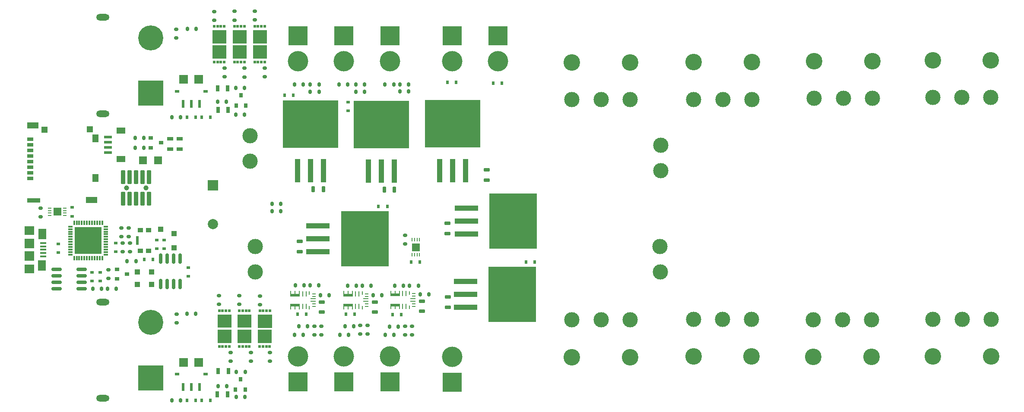
<source format=gbr>
%TF.GenerationSoftware,KiCad,Pcbnew,(6.0.10-0)*%
%TF.CreationDate,2023-02-23T20:38:25-08:00*%
%TF.ProjectId,1.0,312e302e-6b69-4636-9164-5f7063625858,rev?*%
%TF.SameCoordinates,Original*%
%TF.FileFunction,Soldermask,Top*%
%TF.FilePolarity,Negative*%
%FSLAX46Y46*%
G04 Gerber Fmt 4.6, Leading zero omitted, Abs format (unit mm)*
G04 Created by KiCad (PCBNEW (6.0.10-0)) date 2023-02-23 20:38:25*
%MOMM*%
%LPD*%
G01*
G04 APERTURE LIST*
G04 Aperture macros list*
%AMRoundRect*
0 Rectangle with rounded corners*
0 $1 Rounding radius*
0 $2 $3 $4 $5 $6 $7 $8 $9 X,Y pos of 4 corners*
0 Add a 4 corners polygon primitive as box body*
4,1,4,$2,$3,$4,$5,$6,$7,$8,$9,$2,$3,0*
0 Add four circle primitives for the rounded corners*
1,1,$1+$1,$2,$3*
1,1,$1+$1,$4,$5*
1,1,$1+$1,$6,$7*
1,1,$1+$1,$8,$9*
0 Add four rect primitives between the rounded corners*
20,1,$1+$1,$2,$3,$4,$5,0*
20,1,$1+$1,$4,$5,$6,$7,0*
20,1,$1+$1,$6,$7,$8,$9,0*
20,1,$1+$1,$8,$9,$2,$3,0*%
G04 Aperture macros list end*
%ADD10C,0.010000*%
%ADD11R,3.800000X3.800000*%
%ADD12C,4.000000*%
%ADD13R,0.800000X0.600000*%
%ADD14RoundRect,0.150000X-0.250000X0.150000X-0.250000X-0.150000X0.250000X-0.150000X0.250000X0.150000X0*%
%ADD15R,0.600000X0.800000*%
%ADD16R,1.200000X0.700000*%
%ADD17R,1.100000X1.100000*%
%ADD18RoundRect,0.150000X0.150000X0.250000X-0.150000X0.250000X-0.150000X-0.250000X0.150000X-0.250000X0*%
%ADD19R,0.700000X1.200000*%
%ADD20R,1.500000X1.500000*%
%ADD21RoundRect,0.175000X0.175000X0.425000X-0.175000X0.425000X-0.175000X-0.425000X0.175000X-0.425000X0*%
%ADD22R,1.800000X1.200000*%
%ADD23R,1.550000X0.600000*%
%ADD24RoundRect,0.175000X0.425000X-0.175000X0.425000X0.175000X-0.425000X0.175000X-0.425000X-0.175000X0*%
%ADD25R,0.900000X0.800000*%
%ADD26R,4.600000X1.100000*%
%ADD27R,9.400000X10.800000*%
%ADD28R,0.500000X0.630000*%
%ADD29C,3.250000*%
%ADD30C,3.000000*%
%ADD31R,0.500000X1.600000*%
%ADD32R,0.900000X0.600000*%
%ADD33R,1.800000X1.700000*%
%ADD34RoundRect,0.150000X-0.150000X-0.250000X0.150000X-0.250000X0.150000X0.250000X-0.150000X0.250000X0*%
%ADD35R,0.800000X0.900000*%
%ADD36RoundRect,0.150000X0.250000X-0.150000X0.250000X0.150000X-0.250000X0.150000X-0.250000X-0.150000X0*%
%ADD37C,1.000000*%
%ADD38RoundRect,0.050800X0.380000X1.300000X-0.380000X1.300000X-0.380000X-1.300000X0.380000X-1.300000X0*%
%ADD39R,1.000000X0.900000*%
%ADD40R,0.550000X1.700000*%
%ADD41O,2.600000X1.300000*%
%ADD42R,4.916000X4.916000*%
%ADD43C,4.916000*%
%ADD44R,1.000000X1.000000*%
%ADD45R,0.850000X0.300000*%
%ADD46R,0.300000X0.850000*%
%ADD47R,5.250000X5.250000*%
%ADD48R,1.100000X4.600000*%
%ADD49R,10.800000X9.400000*%
%ADD50R,0.254800X0.757199*%
%ADD51R,1.600200X1.600200*%
%ADD52RoundRect,0.150000X0.825000X0.150000X-0.825000X0.150000X-0.825000X-0.150000X0.825000X-0.150000X0*%
%ADD53RoundRect,0.175000X-0.425000X0.175000X-0.425000X-0.175000X0.425000X-0.175000X0.425000X0.175000X0*%
%ADD54R,0.250000X0.800000*%
%ADD55R,0.250000X1.100000*%
%ADD56R,0.250000X0.700000*%
%ADD57R,0.700000X0.250000*%
%ADD58R,1.100000X0.250000*%
%ADD59R,1.950000X0.600000*%
%ADD60R,2.500000X0.950000*%
%ADD61R,1.150000X1.500000*%
%ADD62R,2.200000X1.150000*%
%ADD63R,1.240000X0.800000*%
%ADD64R,1.250000X1.250000*%
%ADD65R,1.200000X1.200000*%
%ADD66R,0.757199X0.254800*%
%ADD67R,2.000000X2.000000*%
%ADD68C,2.000000*%
%ADD69R,1.900000X1.800000*%
%ADD70R,1.900000X1.900000*%
%ADD71R,1.600000X2.100000*%
%ADD72R,1.300000X0.400000*%
%ADD73RoundRect,0.150000X-0.150000X0.825000X-0.150000X-0.825000X0.150000X-0.825000X0.150000X0.825000X0*%
G04 APERTURE END LIST*
%TO.C,Q10*%
G36*
X191075000Y-110547500D02*
G01*
X188425000Y-110547500D01*
X188425000Y-108037500D01*
X191075000Y-108037500D01*
X191075000Y-110547500D01*
G37*
D10*
X191075000Y-110547500D02*
X188425000Y-110547500D01*
X188425000Y-108037500D01*
X191075000Y-108037500D01*
X191075000Y-110547500D01*
%TO.C,Q13*%
G36*
X200000000Y-163450000D02*
G01*
X197350000Y-163450000D01*
X197350000Y-160940000D01*
X200000000Y-160940000D01*
X200000000Y-163450000D01*
G37*
X200000000Y-163450000D02*
X197350000Y-163450000D01*
X197350000Y-160940000D01*
X200000000Y-160940000D01*
X200000000Y-163450000D01*
%TO.C,Q14*%
G36*
X199975000Y-166425000D02*
G01*
X197325000Y-166425000D01*
X197325000Y-163915000D01*
X199975000Y-163915000D01*
X199975000Y-166425000D01*
G37*
X199975000Y-166425000D02*
X197325000Y-166425000D01*
X197325000Y-163915000D01*
X199975000Y-163915000D01*
X199975000Y-166425000D01*
%TO.C,Q15*%
G36*
X199000000Y-110560000D02*
G01*
X196350000Y-110560000D01*
X196350000Y-108050000D01*
X199000000Y-108050000D01*
X199000000Y-110560000D01*
G37*
X199000000Y-110560000D02*
X196350000Y-110560000D01*
X196350000Y-108050000D01*
X199000000Y-108050000D01*
X199000000Y-110560000D01*
%TO.C,Q12*%
G36*
X195025000Y-107562500D02*
G01*
X192375000Y-107562500D01*
X192375000Y-105052500D01*
X195025000Y-105052500D01*
X195025000Y-107562500D01*
G37*
X195025000Y-107562500D02*
X192375000Y-107562500D01*
X192375000Y-105052500D01*
X195025000Y-105052500D01*
X195025000Y-107562500D01*
%TO.C,Q3*%
G36*
X196000000Y-163437500D02*
G01*
X193350000Y-163437500D01*
X193350000Y-160927500D01*
X196000000Y-160927500D01*
X196000000Y-163437500D01*
G37*
X196000000Y-163437500D02*
X193350000Y-163437500D01*
X193350000Y-160927500D01*
X196000000Y-160927500D01*
X196000000Y-163437500D01*
%TO.C,Q4*%
G36*
X192050000Y-163437500D02*
G01*
X189400000Y-163437500D01*
X189400000Y-160927500D01*
X192050000Y-160927500D01*
X192050000Y-163437500D01*
G37*
X192050000Y-163437500D02*
X189400000Y-163437500D01*
X189400000Y-160927500D01*
X192050000Y-160927500D01*
X192050000Y-163437500D01*
%TO.C,Q6*%
G36*
X196000000Y-166412500D02*
G01*
X193350000Y-166412500D01*
X193350000Y-163902500D01*
X196000000Y-163902500D01*
X196000000Y-166412500D01*
G37*
X196000000Y-166412500D02*
X193350000Y-166412500D01*
X193350000Y-163902500D01*
X196000000Y-163902500D01*
X196000000Y-166412500D01*
%TO.C,Q16*%
G36*
X199000000Y-107562500D02*
G01*
X196350000Y-107562500D01*
X196350000Y-105052500D01*
X199000000Y-105052500D01*
X199000000Y-107562500D01*
G37*
X199000000Y-107562500D02*
X196350000Y-107562500D01*
X196350000Y-105052500D01*
X199000000Y-105052500D01*
X199000000Y-107562500D01*
%TO.C,Q9*%
G36*
X195025000Y-110547500D02*
G01*
X192375000Y-110547500D01*
X192375000Y-108037500D01*
X195025000Y-108037500D01*
X195025000Y-110547500D01*
G37*
X195025000Y-110547500D02*
X192375000Y-110547500D01*
X192375000Y-108037500D01*
X195025000Y-108037500D01*
X195025000Y-110547500D01*
%TO.C,Q11*%
G36*
X191075000Y-107575000D02*
G01*
X188425000Y-107575000D01*
X188425000Y-105065000D01*
X191075000Y-105065000D01*
X191075000Y-107575000D01*
G37*
X191075000Y-107575000D02*
X188425000Y-107575000D01*
X188425000Y-105065000D01*
X191075000Y-105065000D01*
X191075000Y-107575000D01*
%TO.C,Q5*%
G36*
X192050000Y-166425000D02*
G01*
X189400000Y-166425000D01*
X189400000Y-163915000D01*
X192050000Y-163915000D01*
X192050000Y-166425000D01*
G37*
X192050000Y-166425000D02*
X189400000Y-166425000D01*
X189400000Y-163915000D01*
X192050000Y-163915000D01*
X192050000Y-166425000D01*
%TD*%
D11*
%TO.C,U22*%
X223200000Y-106150000D03*
D12*
X223200000Y-111150000D03*
%TD*%
D13*
%TO.C,C22*%
X215050000Y-120900000D03*
X215050000Y-119200000D03*
%TD*%
D14*
%TO.C,R18*%
X170850000Y-146900000D03*
X170850000Y-148600000D03*
%TD*%
D15*
%TO.C,C29*%
X227340000Y-150630000D03*
X229040000Y-150630000D03*
%TD*%
D16*
%TO.C,R51*%
X180150000Y-128400000D03*
X180150000Y-126400000D03*
%TD*%
D17*
%TO.C,D2*%
X176500000Y-155000000D03*
X173700000Y-155000000D03*
%TD*%
D18*
%TO.C,R1*%
X166650000Y-155850000D03*
X164950000Y-155850000D03*
%TD*%
%TO.C,R45*%
X209300000Y-115750000D03*
X207600000Y-115750000D03*
%TD*%
D15*
%TO.C,C20*%
X220975000Y-139675000D03*
X222675000Y-139675000D03*
%TD*%
D19*
%TO.C,R25*%
X191500000Y-120725000D03*
X189500000Y-120725000D03*
%TD*%
D15*
%TO.C,C14*%
X223750000Y-160940000D03*
X225450000Y-160940000D03*
%TD*%
D13*
%TO.C,C32*%
X158200000Y-148750000D03*
X158200000Y-147050000D03*
%TD*%
D20*
%TO.C,P2*%
X174800000Y-130600000D03*
%TD*%
D11*
%TO.C,U17*%
X223200000Y-174150000D03*
D12*
X223200000Y-169150000D03*
%TD*%
D21*
%TO.C,C19*%
X224100000Y-136350000D03*
X222100000Y-136350000D03*
%TD*%
D14*
%TO.C,R59*%
X208395000Y-163230000D03*
X208395000Y-164930000D03*
%TD*%
D22*
%TO.C,J1*%
X170477500Y-124800000D03*
X170477500Y-130400000D03*
D23*
X167952500Y-129100000D03*
X167952500Y-128100000D03*
X167952500Y-127100000D03*
X167952500Y-126100000D03*
%TD*%
D24*
%TO.C,C25*%
X234475000Y-145025000D03*
X234475000Y-143025000D03*
%TD*%
D25*
%TO.C,Q1*%
X169675000Y-152025000D03*
X169675000Y-153925000D03*
X171675000Y-152975000D03*
%TD*%
D26*
%TO.C,U12*%
X238200000Y-140035000D03*
D27*
X247350000Y-142575000D03*
D26*
X238200000Y-142575000D03*
X238200000Y-145115000D03*
%TD*%
D11*
%TO.C,U20*%
X205200000Y-106150000D03*
D12*
X205200000Y-111150000D03*
%TD*%
D28*
%TO.C,Q10*%
X190075000Y-111322500D03*
X188775000Y-111322500D03*
X189425000Y-111322500D03*
X190725000Y-111322500D03*
%TD*%
D18*
%TO.C,R28*%
X194725000Y-116425000D03*
X193025000Y-116425000D03*
%TD*%
D28*
%TO.C,Q13*%
X198350000Y-160165000D03*
X199650000Y-160165000D03*
X199000000Y-160165000D03*
X197700000Y-160165000D03*
%TD*%
D18*
%TO.C,R44*%
X209300000Y-117150000D03*
X207600000Y-117150000D03*
%TD*%
%TO.C,R10*%
X191200000Y-175000000D03*
X189500000Y-175000000D03*
%TD*%
D29*
%TO.C,J10*%
X317800000Y-111130000D03*
X306400000Y-111130000D03*
D30*
X317800000Y-118430000D03*
X312100000Y-118430000D03*
X306400000Y-118430000D03*
%TD*%
D14*
%TO.C,R55*%
X190775000Y-112525000D03*
X190775000Y-114225000D03*
%TD*%
D31*
%TO.C,U2*%
X182650000Y-175150000D03*
X184250000Y-175150000D03*
X185850000Y-175150000D03*
D32*
X187050000Y-172650000D03*
D33*
X185750000Y-170300000D03*
X182750000Y-170300000D03*
D32*
X181450000Y-172650000D03*
%TD*%
D34*
%TO.C,R7*%
X180500000Y-177750000D03*
X182200000Y-177750000D03*
%TD*%
%TO.C,D9*%
X204500000Y-115750000D03*
X206200000Y-115750000D03*
%TD*%
D18*
%TO.C,R12*%
X194825000Y-172200000D03*
X193125000Y-172200000D03*
%TD*%
D15*
%TO.C,C28*%
X251575000Y-150580000D03*
X249875000Y-150580000D03*
%TD*%
D26*
%TO.C,U7*%
X209125000Y-143535000D03*
D27*
X218275000Y-146075000D03*
D26*
X209125000Y-146075000D03*
X209125000Y-148615000D03*
%TD*%
D14*
%TO.C,R19*%
X172000000Y-143950000D03*
X172000000Y-145650000D03*
%TD*%
D13*
%TO.C,C2*%
X164775000Y-152625000D03*
X164775000Y-154325000D03*
%TD*%
D20*
%TO.C,P1*%
X177775000Y-130600000D03*
%TD*%
D13*
%TO.C,C33*%
X183725000Y-153375000D03*
X183725000Y-151675000D03*
%TD*%
D15*
%TO.C,C34*%
X176750000Y-150100000D03*
X175050000Y-150100000D03*
%TD*%
D28*
%TO.C,Q14*%
X198975000Y-167200000D03*
X197675000Y-167200000D03*
X198325000Y-167200000D03*
X199625000Y-167200000D03*
%TD*%
D14*
%TO.C,R63*%
X199700000Y-168400000D03*
X199700000Y-170100000D03*
%TD*%
D35*
%TO.C,Q7*%
X193050000Y-119875000D03*
X194950000Y-119875000D03*
X194000000Y-117875000D03*
%TD*%
D11*
%TO.C,U23*%
X235400000Y-174200000D03*
D12*
X235400000Y-169200000D03*
%TD*%
D36*
%TO.C,R57*%
X192750000Y-103075000D03*
X192750000Y-101375000D03*
%TD*%
D18*
%TO.C,R60*%
X226900000Y-117100000D03*
X225200000Y-117100000D03*
%TD*%
D30*
%TO.C,C5*%
X196840000Y-152530000D03*
X196790000Y-147530000D03*
%TD*%
D21*
%TO.C,C18*%
X210175000Y-136300000D03*
X208175000Y-136300000D03*
%TD*%
D11*
%TO.C,U18*%
X214200000Y-174150000D03*
D12*
X214200000Y-169150000D03*
%TD*%
D18*
%TO.C,R4*%
X173400000Y-150450000D03*
X171700000Y-150450000D03*
%TD*%
D36*
%TO.C,R20*%
X170600000Y-145650000D03*
X170600000Y-143950000D03*
%TD*%
D29*
%TO.C,J12*%
X341090000Y-169195000D03*
X329690000Y-169195000D03*
D30*
X329690000Y-161895000D03*
X335390000Y-161895000D03*
X341090000Y-161895000D03*
%TD*%
D37*
%TO.C,U1*%
X171545000Y-136060039D03*
X175355000Y-136060039D03*
D38*
X175990000Y-133910039D03*
X175990000Y-138210039D03*
X174720000Y-133910039D03*
X174720000Y-138210039D03*
X173450000Y-133910039D03*
X173450000Y-138210039D03*
X172180000Y-133910039D03*
X172180000Y-138210039D03*
X170910000Y-133910039D03*
X170910000Y-138210039D03*
%TD*%
D18*
%TO.C,R32*%
X228770000Y-155285000D03*
X227070000Y-155285000D03*
%TD*%
D14*
%TO.C,R54*%
X194725000Y-112550000D03*
X194725000Y-114250000D03*
%TD*%
D19*
%TO.C,R27*%
X191425000Y-116475000D03*
X189425000Y-116475000D03*
%TD*%
D18*
%TO.C,R15*%
X201800000Y-140650000D03*
X200100000Y-140650000D03*
%TD*%
%TO.C,R26*%
X191150000Y-119125000D03*
X189450000Y-119125000D03*
%TD*%
%TO.C,R61*%
X226900000Y-115700000D03*
X225200000Y-115700000D03*
%TD*%
D26*
%TO.C,U10*%
X238050000Y-154440000D03*
X238050000Y-156980000D03*
D27*
X247200000Y-156980000D03*
D26*
X238050000Y-159520000D03*
%TD*%
D15*
%TO.C,C27*%
X236175000Y-115350000D03*
X234475000Y-115350000D03*
%TD*%
%TO.C,C4*%
X186300000Y-177750000D03*
X188000000Y-177750000D03*
%TD*%
D31*
%TO.C,U3*%
X182650000Y-119575000D03*
X184250000Y-119575000D03*
X185850000Y-119575000D03*
D32*
X187050000Y-117075000D03*
D33*
X185750000Y-114725000D03*
X182750000Y-114725000D03*
D32*
X181450000Y-117075000D03*
%TD*%
D14*
%TO.C,R3*%
X168050000Y-152125000D03*
X168050000Y-153825000D03*
%TD*%
D18*
%TO.C,R35*%
X216625000Y-155300000D03*
X214925000Y-155300000D03*
%TD*%
%TO.C,R31*%
X211275000Y-157100000D03*
X209575000Y-157100000D03*
%TD*%
D30*
%TO.C,C10*%
X195750000Y-125840000D03*
X195800000Y-130840000D03*
%TD*%
D39*
%TO.C,SW1*%
X174325000Y-148425000D03*
D40*
X173700000Y-146375000D03*
D39*
X175925000Y-148425000D03*
X174325000Y-144325000D03*
X175925000Y-144325000D03*
%TD*%
D41*
%TO.C,U16*%
X166890000Y-102560000D03*
X166890000Y-121460000D03*
D42*
X176290000Y-117460000D03*
D43*
X176290000Y-106560000D03*
%TD*%
D18*
%TO.C,R46*%
X218200000Y-117150000D03*
X216500000Y-117150000D03*
%TD*%
D14*
%TO.C,R48*%
X226220000Y-145360000D03*
X226220000Y-147060000D03*
%TD*%
D15*
%TO.C,C7*%
X185100000Y-122150000D03*
X183400000Y-122150000D03*
%TD*%
D18*
%TO.C,R50*%
X175000000Y-126200000D03*
X173300000Y-126200000D03*
%TD*%
%TO.C,R37*%
X206375000Y-155198250D03*
X204675000Y-155198250D03*
%TD*%
D15*
%TO.C,C26*%
X245175000Y-115450000D03*
X243475000Y-115450000D03*
%TD*%
D14*
%TO.C,R64*%
X198700000Y-112525000D03*
X198700000Y-114225000D03*
%TD*%
D24*
%TO.C,C24*%
X242150000Y-134500000D03*
X242150000Y-132500000D03*
%TD*%
D36*
%TO.C,R65*%
X196700000Y-103050000D03*
X196700000Y-101350000D03*
%TD*%
%TO.C,R56*%
X188800000Y-103100000D03*
X188800000Y-101400000D03*
%TD*%
D29*
%TO.C,J13*%
X270290000Y-169295000D03*
X258890000Y-169295000D03*
D30*
X258890000Y-161995000D03*
X264590000Y-161995000D03*
X270290000Y-161995000D03*
%TD*%
D44*
%TO.C,TP1*%
X178225000Y-144175000D03*
%TD*%
D28*
%TO.C,Q15*%
X198000000Y-111335000D03*
X197350000Y-111335000D03*
X196700000Y-111335000D03*
X198650000Y-111335000D03*
%TD*%
D19*
%TO.C,R8*%
X191350000Y-176600000D03*
X189350000Y-176600000D03*
%TD*%
D14*
%TO.C,R21*%
X191975000Y-168425000D03*
X191975000Y-170125000D03*
%TD*%
D18*
%TO.C,R29*%
X230870000Y-156935000D03*
X229170000Y-156935000D03*
%TD*%
D45*
%TO.C,IC2*%
X167500000Y-149150000D03*
X167500000Y-148650000D03*
X167500000Y-148150000D03*
X167500000Y-147650000D03*
X167500000Y-147150000D03*
X167500000Y-146650000D03*
X167500000Y-146150000D03*
X167500000Y-145650000D03*
X167500000Y-145150000D03*
X167500000Y-144650000D03*
X167500000Y-144150000D03*
X167500000Y-143650000D03*
D46*
X166800000Y-142950000D03*
X166300000Y-142950000D03*
X165800000Y-142950000D03*
X165300000Y-142950000D03*
X164800000Y-142950000D03*
X164300000Y-142950000D03*
X163800000Y-142950000D03*
X163300000Y-142950000D03*
X162800000Y-142950000D03*
X162300000Y-142950000D03*
X161800000Y-142950000D03*
X161300000Y-142950000D03*
D45*
X160600000Y-143650000D03*
X160600000Y-144150000D03*
X160600000Y-144650000D03*
X160600000Y-145150000D03*
X160600000Y-145650000D03*
X160600000Y-146150000D03*
X160600000Y-146650000D03*
X160600000Y-147150000D03*
X160600000Y-147650000D03*
X160600000Y-148150000D03*
X160600000Y-148650000D03*
X160600000Y-149150000D03*
D46*
X161300000Y-149850000D03*
X161800000Y-149850000D03*
X162300000Y-149850000D03*
X162800000Y-149850000D03*
X163300000Y-149850000D03*
X163800000Y-149850000D03*
X164300000Y-149850000D03*
X164800000Y-149850000D03*
X165300000Y-149850000D03*
X165800000Y-149850000D03*
X166300000Y-149850000D03*
X166800000Y-149850000D03*
D47*
X164050000Y-146400000D03*
%TD*%
D30*
%TO.C,C9*%
X276300000Y-127700000D03*
X276350000Y-132700000D03*
%TD*%
D36*
%TO.C,R14*%
X189725000Y-158925000D03*
X189725000Y-157225000D03*
%TD*%
D48*
%TO.C,U11*%
X232960000Y-132625000D03*
D49*
X235500000Y-123475000D03*
D48*
X235500000Y-132625000D03*
X238040000Y-132625000D03*
%TD*%
D29*
%TO.C,J15*%
X317630000Y-169250000D03*
X306230000Y-169250000D03*
D30*
X306230000Y-161950000D03*
X311930000Y-161950000D03*
X317630000Y-161950000D03*
%TD*%
D35*
%TO.C,Q2*%
X192950000Y-175650000D03*
X194850000Y-175650000D03*
X193900000Y-173650000D03*
%TD*%
D28*
%TO.C,Q12*%
X193375000Y-104277500D03*
X194025000Y-104277500D03*
X194675000Y-104277500D03*
X192725000Y-104277500D03*
%TD*%
D50*
%TO.C,U13*%
X229018929Y-146229200D03*
X228518928Y-146229200D03*
X228018928Y-146229200D03*
X227518927Y-146229200D03*
X227518927Y-149170800D03*
X228018928Y-149170800D03*
X228518928Y-149170800D03*
X229018929Y-149170800D03*
D51*
X228268928Y-147700000D03*
%TD*%
D24*
%TO.C,C17*%
X205550000Y-148575000D03*
X205550000Y-146575000D03*
%TD*%
D13*
%TO.C,C1*%
X166425000Y-152625000D03*
X166425000Y-154325000D03*
%TD*%
D52*
%TO.C,IC1*%
X162800000Y-155880000D03*
X162800000Y-154610000D03*
X162800000Y-153340000D03*
X162800000Y-152070000D03*
X157850000Y-152070000D03*
X157850000Y-153340000D03*
X157850000Y-154610000D03*
X157850000Y-155880000D03*
%TD*%
D14*
%TO.C,R43*%
X218780000Y-163090000D03*
X218780000Y-164790000D03*
%TD*%
D15*
%TO.C,C15*%
X214575000Y-160900000D03*
X216275000Y-160900000D03*
%TD*%
D53*
%TO.C,C13*%
X209875000Y-158450000D03*
X209875000Y-160450000D03*
%TD*%
D14*
%TO.C,R42*%
X217380000Y-163090000D03*
X217380000Y-164790000D03*
%TD*%
D18*
%TO.C,R23*%
X194700000Y-121675000D03*
X193000000Y-121675000D03*
%TD*%
D36*
%TO.C,R13*%
X193700000Y-158950000D03*
X193700000Y-157250000D03*
%TD*%
D13*
%TO.C,C35*%
X177475000Y-148000000D03*
X177475000Y-146300000D03*
%TD*%
D18*
%TO.C,R47*%
X218200000Y-115750000D03*
X216500000Y-115750000D03*
%TD*%
D30*
%TO.C,C6*%
X276175000Y-147600000D03*
X276225000Y-152600000D03*
%TD*%
D28*
%TO.C,Q3*%
X194350000Y-160152500D03*
X195000000Y-160152500D03*
X195650000Y-160152500D03*
X193700000Y-160152500D03*
%TD*%
D54*
%TO.C,U4*%
X227020000Y-156685000D03*
D55*
X226370000Y-156835000D03*
X225720000Y-156835000D03*
D56*
X225070000Y-156635000D03*
X224220000Y-156635000D03*
X223370000Y-156635000D03*
X223370000Y-159535000D03*
X224220000Y-159535000D03*
X225070000Y-159535000D03*
D55*
X225720000Y-159335000D03*
X226370000Y-159335000D03*
D56*
X227020000Y-159535000D03*
D57*
X227920000Y-159335000D03*
X227920000Y-158835000D03*
D58*
X227720000Y-158335000D03*
X227720000Y-157835000D03*
D57*
X227920000Y-157335000D03*
X227920000Y-156835000D03*
D59*
X224220000Y-157085000D03*
X224220000Y-159085000D03*
%TD*%
D15*
%TO.C,C21*%
X202575000Y-117825000D03*
X204275000Y-117825000D03*
%TD*%
D11*
%TO.C,U24*%
X235400000Y-106150000D03*
D12*
X235400000Y-111150000D03*
%TD*%
D34*
%TO.C,D10*%
X213250000Y-115750000D03*
X214950000Y-115750000D03*
%TD*%
D25*
%TO.C,Q8*%
X176350000Y-126250000D03*
X176350000Y-128150000D03*
X178350000Y-127200000D03*
%TD*%
D18*
%TO.C,R36*%
X209275000Y-155198250D03*
X207575000Y-155198250D03*
%TD*%
D36*
%TO.C,R62*%
X197700000Y-158975000D03*
X197700000Y-157275000D03*
%TD*%
D34*
%TO.C,D6*%
X204545000Y-164930000D03*
X206245000Y-164930000D03*
%TD*%
D11*
%TO.C,U25*%
X244400000Y-106150000D03*
D12*
X244400000Y-111150000D03*
%TD*%
D17*
%TO.C,D1*%
X176500000Y-152550000D03*
X173700000Y-152550000D03*
%TD*%
D19*
%TO.C,R11*%
X191525000Y-172000000D03*
X189525000Y-172000000D03*
%TD*%
D18*
%TO.C,D3*%
X185150000Y-160800000D03*
X183450000Y-160800000D03*
%TD*%
D15*
%TO.C,C16*%
X205130000Y-160880000D03*
X206830000Y-160880000D03*
%TD*%
D18*
%TO.C,R2*%
X169575000Y-155875000D03*
X167875000Y-155875000D03*
%TD*%
D14*
%TO.C,R40*%
X226150000Y-163240000D03*
X226150000Y-164940000D03*
%TD*%
D54*
%TO.C,U6*%
X207425000Y-156700000D03*
D55*
X206775000Y-156850000D03*
X206125000Y-156850000D03*
D56*
X205475000Y-156650000D03*
X204625000Y-156650000D03*
X203775000Y-156650000D03*
X203775000Y-159550000D03*
X204625000Y-159550000D03*
X205475000Y-159550000D03*
D55*
X206125000Y-159350000D03*
X206775000Y-159350000D03*
D56*
X207425000Y-159550000D03*
D57*
X208325000Y-159350000D03*
X208325000Y-158850000D03*
D58*
X208125000Y-158350000D03*
X208125000Y-157850000D03*
D57*
X208325000Y-157350000D03*
X208325000Y-156850000D03*
D59*
X204625000Y-157100000D03*
X204625000Y-159100000D03*
%TD*%
D13*
%TO.C,C36*%
X178975000Y-148000000D03*
X178975000Y-146300000D03*
%TD*%
D36*
%TO.C,R17*%
X172275000Y-148600000D03*
X172275000Y-146900000D03*
%TD*%
D16*
%TO.C,R52*%
X181950000Y-128400000D03*
X181950000Y-126400000D03*
%TD*%
D60*
%TO.C,J7*%
X153344600Y-138525000D03*
D61*
X165475000Y-126340000D03*
D62*
X164680000Y-138425000D03*
X153200000Y-123735000D03*
D61*
X165475000Y-134120000D03*
D63*
X152724600Y-134180000D03*
X152724600Y-133080000D03*
X152724600Y-131980000D03*
X152724600Y-130880000D03*
X152724600Y-129780000D03*
X152724600Y-128680000D03*
X152724600Y-127580000D03*
X152724600Y-126460000D03*
D64*
X155450000Y-124585000D03*
D65*
X164350000Y-124560000D03*
%TD*%
D34*
%TO.C,D7*%
X222300000Y-164940000D03*
X224000000Y-164940000D03*
%TD*%
D66*
%TO.C,U14*%
X156529200Y-139999999D03*
X156529200Y-140500000D03*
X156529200Y-141000000D03*
X156529200Y-141500001D03*
X159470800Y-141500001D03*
X159470800Y-141000000D03*
X159470800Y-140500000D03*
X159470800Y-139999999D03*
D51*
X158000000Y-140750000D03*
%TD*%
D28*
%TO.C,Q4*%
X191700000Y-160152500D03*
X191050000Y-160152500D03*
X190400000Y-160152500D03*
X189750000Y-160152500D03*
%TD*%
D34*
%TO.C,D11*%
X222250000Y-115700000D03*
X223950000Y-115700000D03*
%TD*%
D28*
%TO.C,Q6*%
X194350000Y-167187500D03*
X195000000Y-167187500D03*
X193700000Y-167187500D03*
X195650000Y-167187500D03*
%TD*%
D29*
%TO.C,J9*%
X282785000Y-111355000D03*
X294185000Y-111355000D03*
D30*
X294185000Y-118655000D03*
X288485000Y-118655000D03*
X282785000Y-118655000D03*
%TD*%
D13*
%TO.C,C30*%
X160900000Y-141600000D03*
X160900000Y-139900000D03*
%TD*%
D14*
%TO.C,R22*%
X195950000Y-168425000D03*
X195950000Y-170125000D03*
%TD*%
D24*
%TO.C,C23*%
X234575000Y-159480000D03*
X234575000Y-157480000D03*
%TD*%
D34*
%TO.C,R24*%
X180500000Y-122162500D03*
X182200000Y-122162500D03*
%TD*%
D36*
%TO.C,R53*%
X154700000Y-141700000D03*
X154700000Y-140000000D03*
%TD*%
D18*
%TO.C,D5*%
X201800000Y-139200000D03*
X200100000Y-139200000D03*
%TD*%
D29*
%TO.C,J8*%
X270310000Y-111405000D03*
X258910000Y-111405000D03*
D30*
X270310000Y-118705000D03*
X264610000Y-118705000D03*
X258910000Y-118705000D03*
%TD*%
D18*
%TO.C,R30*%
X221625000Y-157100000D03*
X219925000Y-157100000D03*
%TD*%
D41*
%TO.C,U15*%
X166950000Y-158500000D03*
X166950000Y-177400000D03*
D42*
X176350000Y-173400000D03*
D43*
X176350000Y-162500000D03*
%TD*%
D18*
%TO.C,R49*%
X175000000Y-128200000D03*
X173300000Y-128200000D03*
%TD*%
D15*
%TO.C,C8*%
X186300000Y-122150000D03*
X188000000Y-122150000D03*
%TD*%
%TO.C,C3*%
X185100000Y-177750000D03*
X183400000Y-177750000D03*
%TD*%
D53*
%TO.C,C12*%
X220225000Y-158450000D03*
X220225000Y-160450000D03*
%TD*%
D18*
%TO.C,R34*%
X219525000Y-155298250D03*
X217825000Y-155298250D03*
%TD*%
%TO.C,D4*%
X185200000Y-104850000D03*
X183500000Y-104850000D03*
%TD*%
D11*
%TO.C,U19*%
X205200000Y-174150000D03*
D12*
X205200000Y-169150000D03*
%TD*%
D11*
%TO.C,U21*%
X214200000Y-106150000D03*
D12*
X214200000Y-111150000D03*
%TD*%
D67*
%TO.C,SP1*%
X188550000Y-135550000D03*
D68*
X188550000Y-143150000D03*
%TD*%
D18*
%TO.C,R33*%
X225820000Y-155285000D03*
X224120000Y-155285000D03*
%TD*%
%TO.C,R38*%
X224850000Y-163340000D03*
X223150000Y-163340000D03*
%TD*%
D69*
%TO.C,J2*%
X152500000Y-144400000D03*
D70*
X152500000Y-147000000D03*
D71*
X155000000Y-151300000D03*
X155050000Y-145100000D03*
D70*
X152500000Y-149400000D03*
D69*
X152500000Y-152000000D03*
D72*
X155200000Y-146900000D03*
X155200000Y-147550000D03*
X155200000Y-148200000D03*
X155200000Y-148850000D03*
X155200000Y-149500000D03*
%TD*%
D73*
%TO.C,U34*%
X182105000Y-149975000D03*
X180835000Y-149975000D03*
X179565000Y-149975000D03*
X178295000Y-149975000D03*
X178295000Y-154925000D03*
X179565000Y-154925000D03*
X180835000Y-154925000D03*
X182105000Y-154925000D03*
%TD*%
D18*
%TO.C,R41*%
X216105000Y-163190000D03*
X214405000Y-163190000D03*
%TD*%
D54*
%TO.C,U5*%
X217775000Y-156698250D03*
D55*
X217125000Y-156848250D03*
X216475000Y-156848250D03*
D56*
X215825000Y-156648250D03*
X214975000Y-156648250D03*
X214125000Y-156648250D03*
X214125000Y-159548250D03*
X214975000Y-159548250D03*
X215825000Y-159548250D03*
D55*
X216475000Y-159348250D03*
X217125000Y-159348250D03*
D56*
X217775000Y-159548250D03*
D57*
X218675000Y-159348250D03*
X218675000Y-158848250D03*
D58*
X218475000Y-158348250D03*
X218475000Y-157848250D03*
D57*
X218675000Y-157348250D03*
X218675000Y-156848250D03*
D59*
X214975000Y-157098250D03*
X214975000Y-159098250D03*
%TD*%
D34*
%TO.C,D8*%
X213380000Y-164940000D03*
X215080000Y-164940000D03*
%TD*%
D18*
%TO.C,R6*%
X194800000Y-177100000D03*
X193100000Y-177100000D03*
%TD*%
D28*
%TO.C,Q16*%
X198650000Y-104277500D03*
X198000000Y-104277500D03*
X197350000Y-104277500D03*
X196700000Y-104277500D03*
%TD*%
%TO.C,Q9*%
X192725000Y-111322500D03*
X193375000Y-111322500D03*
X194025000Y-111322500D03*
X194675000Y-111322500D03*
%TD*%
D36*
%TO.C,R9*%
X181350000Y-106600000D03*
X181350000Y-104900000D03*
%TD*%
D48*
%TO.C,U8*%
X205135000Y-132675000D03*
D49*
X207675000Y-123525000D03*
D48*
X207675000Y-132675000D03*
X210215000Y-132675000D03*
%TD*%
D14*
%TO.C,R58*%
X209795000Y-163230000D03*
X209795000Y-164930000D03*
%TD*%
D13*
%TO.C,C31*%
X169475000Y-146875000D03*
X169475000Y-148575000D03*
%TD*%
D29*
%TO.C,J14*%
X294109169Y-169150000D03*
X282709169Y-169150000D03*
D30*
X282709169Y-161850000D03*
X288409169Y-161850000D03*
X294109169Y-161850000D03*
%TD*%
D28*
%TO.C,Q11*%
X190075000Y-104290000D03*
X190725000Y-104290000D03*
X189425000Y-104290000D03*
X188775000Y-104290000D03*
%TD*%
D18*
%TO.C,R16*%
X207095000Y-163230000D03*
X205395000Y-163230000D03*
%TD*%
D29*
%TO.C,J11*%
X341015831Y-110950000D03*
X329615831Y-110950000D03*
D30*
X341015831Y-118250000D03*
X335315831Y-118250000D03*
X329615831Y-118250000D03*
%TD*%
D28*
%TO.C,Q5*%
X189750000Y-167200000D03*
X191050000Y-167200000D03*
X190400000Y-167200000D03*
X191700000Y-167200000D03*
%TD*%
D14*
%TO.C,R39*%
X227550000Y-163240000D03*
X227550000Y-164940000D03*
%TD*%
D36*
%TO.C,R5*%
X181400000Y-162550000D03*
X181400000Y-160850000D03*
%TD*%
D48*
%TO.C,U9*%
X219010000Y-132725000D03*
X221550000Y-132725000D03*
D49*
X221550000Y-123575000D03*
D48*
X224090000Y-132725000D03*
%TD*%
D53*
%TO.C,C11*%
X229470000Y-158285000D03*
X229470000Y-160285000D03*
%TD*%
D17*
%TO.C,D12*%
X180925000Y-147800000D03*
X180925000Y-145000000D03*
%TD*%
M02*

</source>
